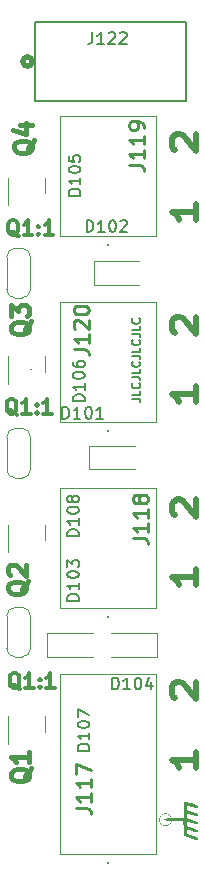
<source format=gbr>
%TF.GenerationSoftware,KiCad,Pcbnew,7.0.10*%
%TF.CreationDate,2024-07-21T07:16:58-04:00*%
%TF.ProjectId,12.2.1 - PLC Connector,31322e32-2e31-4202-9d20-504c4320436f,rev?*%
%TF.SameCoordinates,Original*%
%TF.FileFunction,Legend,Top*%
%TF.FilePolarity,Positive*%
%FSLAX46Y46*%
G04 Gerber Fmt 4.6, Leading zero omitted, Abs format (unit mm)*
G04 Created by KiCad (PCBNEW 7.0.10) date 2024-07-21 07:16:58*
%MOMM*%
%LPD*%
G01*
G04 APERTURE LIST*
%ADD10C,0.006614*%
%ADD11C,0.000000*%
%ADD12C,0.381000*%
%ADD13C,0.508000*%
%ADD14C,0.300000*%
%ADD15C,0.177800*%
%ADD16C,0.150000*%
%ADD17C,0.254000*%
%ADD18C,0.120000*%
%ADD19C,0.100000*%
%ADD20C,0.200000*%
%ADD21C,0.152400*%
G04 APERTURE END LIST*
D10*
X169200000Y-73000000D02*
X169232809Y-73021696D01*
D11*
G36*
X182316177Y-109653508D02*
G01*
X182381893Y-109665472D01*
X182461026Y-109683729D01*
X182550733Y-109707319D01*
X182648167Y-109735281D01*
X182854842Y-109800476D01*
X183058292Y-109871624D01*
X183235759Y-109941036D01*
X183307637Y-109972688D01*
X183364485Y-110001022D01*
X183403458Y-110025078D01*
X183415353Y-110035200D01*
X183421712Y-110043893D01*
X183423447Y-110051076D01*
X183424678Y-110058693D01*
X183425397Y-110066682D01*
X183425598Y-110074981D01*
X183425271Y-110083529D01*
X183424409Y-110092262D01*
X183423005Y-110101119D01*
X183421050Y-110110039D01*
X183418537Y-110118958D01*
X183415459Y-110127815D01*
X183411807Y-110136549D01*
X183407573Y-110145096D01*
X183402750Y-110153395D01*
X183397331Y-110161384D01*
X183391306Y-110169002D01*
X183388065Y-110172651D01*
X183384670Y-110176185D01*
X183371022Y-110184446D01*
X183350150Y-110189445D01*
X183322395Y-110191265D01*
X183288097Y-110189993D01*
X183247598Y-110185712D01*
X183201239Y-110178510D01*
X183092305Y-110155679D01*
X182964024Y-110122183D01*
X182819123Y-110078702D01*
X182660332Y-110025920D01*
X182490378Y-109964518D01*
X182482689Y-109961481D01*
X182479030Y-109960662D01*
X182475495Y-109960311D01*
X182472085Y-109960430D01*
X182468798Y-109961018D01*
X182465636Y-109962077D01*
X182462597Y-109963608D01*
X182459683Y-109965612D01*
X182456892Y-109968090D01*
X182451683Y-109974471D01*
X182446970Y-109982758D01*
X182442753Y-109992961D01*
X182439033Y-110005085D01*
X182435808Y-110019140D01*
X182433080Y-110035132D01*
X182430847Y-110053071D01*
X182429111Y-110072962D01*
X182427871Y-110094815D01*
X182427126Y-110118636D01*
X182426878Y-110144435D01*
X182426878Y-110350809D01*
X182908420Y-110504268D01*
X182993531Y-110532319D01*
X183070395Y-110559014D01*
X183105792Y-110571894D01*
X183139197Y-110584484D01*
X183170633Y-110596801D01*
X183200123Y-110608861D01*
X183227691Y-110620681D01*
X183253360Y-110632277D01*
X183277153Y-110643665D01*
X183299094Y-110654863D01*
X183319205Y-110665887D01*
X183337510Y-110676752D01*
X183354032Y-110687476D01*
X183368795Y-110698075D01*
X183381821Y-110708566D01*
X183393135Y-110718964D01*
X183402758Y-110729287D01*
X183410715Y-110739551D01*
X183417028Y-110749772D01*
X183421722Y-110759967D01*
X183424819Y-110770152D01*
X183426342Y-110780344D01*
X183426315Y-110790559D01*
X183424760Y-110800814D01*
X183421703Y-110811125D01*
X183417164Y-110821509D01*
X183411168Y-110831982D01*
X183403739Y-110842561D01*
X183394898Y-110853262D01*
X183384670Y-110864101D01*
X183371022Y-110872363D01*
X183350150Y-110877361D01*
X183322395Y-110879182D01*
X183288097Y-110877909D01*
X183247598Y-110873629D01*
X183201239Y-110866427D01*
X183092305Y-110843596D01*
X182964024Y-110810099D01*
X182819123Y-110766619D01*
X182660332Y-110713836D01*
X182490378Y-110652434D01*
X182482689Y-110649397D01*
X182479030Y-110648579D01*
X182475495Y-110648228D01*
X182472085Y-110648346D01*
X182468798Y-110648935D01*
X182465636Y-110649994D01*
X182462597Y-110651525D01*
X182459683Y-110653529D01*
X182456892Y-110656007D01*
X182451683Y-110662387D01*
X182446970Y-110670675D01*
X182442753Y-110680877D01*
X182439033Y-110693002D01*
X182435808Y-110707056D01*
X182433080Y-110723049D01*
X182430847Y-110740987D01*
X182429111Y-110760879D01*
X182427871Y-110782731D01*
X182427126Y-110806553D01*
X182426878Y-110832351D01*
X182426878Y-111038726D01*
X182908420Y-111192184D01*
X182993531Y-111220236D01*
X183070395Y-111246930D01*
X183105792Y-111259810D01*
X183139197Y-111272401D01*
X183170633Y-111284717D01*
X183200123Y-111296778D01*
X183227691Y-111308597D01*
X183253360Y-111320193D01*
X183277153Y-111331582D01*
X183299094Y-111342780D01*
X183319205Y-111353803D01*
X183337510Y-111364669D01*
X183354032Y-111375393D01*
X183368795Y-111385992D01*
X183381821Y-111396482D01*
X183393135Y-111406881D01*
X183402758Y-111417204D01*
X183410715Y-111427467D01*
X183417028Y-111437688D01*
X183421722Y-111447883D01*
X183424819Y-111458069D01*
X183426342Y-111468261D01*
X183426315Y-111478476D01*
X183424760Y-111488731D01*
X183421703Y-111499042D01*
X183417164Y-111509426D01*
X183411168Y-111519899D01*
X183403739Y-111530478D01*
X183394898Y-111541178D01*
X183384670Y-111552018D01*
X183371023Y-111560280D01*
X183350160Y-111565278D01*
X183322430Y-111567098D01*
X183288180Y-111565826D01*
X183247760Y-111561546D01*
X183201518Y-111554343D01*
X183092967Y-111531513D01*
X182965316Y-111498016D01*
X182821355Y-111454535D01*
X182663877Y-111401753D01*
X182495670Y-111340351D01*
X182487049Y-111337251D01*
X182482969Y-111336351D01*
X182479041Y-111335886D01*
X182475263Y-111335855D01*
X182471637Y-111336258D01*
X182468159Y-111337096D01*
X182464830Y-111338367D01*
X182461647Y-111340072D01*
X182458612Y-111342211D01*
X182455721Y-111344785D01*
X182452975Y-111347793D01*
X182450372Y-111351234D01*
X182447912Y-111355110D01*
X182443415Y-111364164D01*
X182439476Y-111374954D01*
X182436087Y-111387480D01*
X182433241Y-111401743D01*
X182430930Y-111417742D01*
X182429146Y-111435477D01*
X182427881Y-111454949D01*
X182427128Y-111476157D01*
X182426878Y-111499101D01*
X182426878Y-111684309D01*
X182908420Y-111858934D01*
X182992660Y-111889838D01*
X183068886Y-111919137D01*
X183137266Y-111946964D01*
X183168568Y-111960366D01*
X183197973Y-111973449D01*
X183225502Y-111986230D01*
X183251177Y-111998726D01*
X183275018Y-112010951D01*
X183297047Y-112022924D01*
X183317286Y-112034661D01*
X183335756Y-112046177D01*
X183352477Y-112057491D01*
X183367472Y-112068617D01*
X183380762Y-112079572D01*
X183392367Y-112090374D01*
X183402310Y-112101038D01*
X183410612Y-112111580D01*
X183417293Y-112122019D01*
X183422376Y-112132369D01*
X183425881Y-112142647D01*
X183427830Y-112152870D01*
X183428244Y-112163054D01*
X183427145Y-112173216D01*
X183424554Y-112183372D01*
X183420492Y-112193539D01*
X183414980Y-112203733D01*
X183408041Y-112213971D01*
X183399694Y-112224268D01*
X183389962Y-112234643D01*
X183380825Y-112241709D01*
X183369208Y-112247024D01*
X183354987Y-112250572D01*
X183338037Y-112252337D01*
X183318235Y-112252303D01*
X183295456Y-112250456D01*
X183269576Y-112246779D01*
X183240472Y-112241257D01*
X183208019Y-112233875D01*
X183172094Y-112224617D01*
X183089329Y-112200412D01*
X182991185Y-112168518D01*
X182876670Y-112128809D01*
X182426878Y-111964768D01*
X182426878Y-112361643D01*
X182908420Y-112515101D01*
X182993531Y-112543152D01*
X183070395Y-112569847D01*
X183105792Y-112582727D01*
X183139197Y-112595317D01*
X183170633Y-112607634D01*
X183200123Y-112619694D01*
X183227691Y-112631514D01*
X183253360Y-112643110D01*
X183277153Y-112654499D01*
X183299094Y-112665696D01*
X183319205Y-112676720D01*
X183337510Y-112687585D01*
X183354032Y-112698309D01*
X183368795Y-112708908D01*
X183381821Y-112719399D01*
X183393135Y-112729797D01*
X183402758Y-112740120D01*
X183410715Y-112750384D01*
X183417028Y-112760605D01*
X183421722Y-112770800D01*
X183424819Y-112780985D01*
X183426342Y-112791177D01*
X183426315Y-112801392D01*
X183424760Y-112811648D01*
X183421703Y-112821959D01*
X183417164Y-112832343D01*
X183411168Y-112842816D01*
X183403739Y-112853394D01*
X183394898Y-112864095D01*
X183384670Y-112874934D01*
X183375331Y-112881996D01*
X183363038Y-112887275D01*
X183347567Y-112890724D01*
X183328694Y-112892298D01*
X183306193Y-112891949D01*
X183279839Y-112889631D01*
X183249408Y-112885298D01*
X183214675Y-112878903D01*
X183131404Y-112859741D01*
X183028227Y-112831774D01*
X182903345Y-112794629D01*
X182754962Y-112747934D01*
X182188753Y-112562726D01*
X182172878Y-111917143D01*
X182157004Y-111271559D01*
X181659587Y-111271559D01*
X181580741Y-111271702D01*
X181510531Y-111272200D01*
X181448414Y-111273164D01*
X181393846Y-111274701D01*
X181369224Y-111275719D01*
X181346285Y-111276921D01*
X181324963Y-111278320D01*
X181305190Y-111279931D01*
X181286897Y-111281766D01*
X181270016Y-111283840D01*
X181254481Y-111286166D01*
X181240222Y-111288757D01*
X181227173Y-111291628D01*
X181215265Y-111294791D01*
X181204431Y-111298260D01*
X181194602Y-111302049D01*
X181185712Y-111306171D01*
X181177691Y-111310640D01*
X181170473Y-111315469D01*
X181163989Y-111320673D01*
X181158172Y-111326264D01*
X181152954Y-111332256D01*
X181148266Y-111338663D01*
X181144042Y-111345498D01*
X181140213Y-111352775D01*
X181136712Y-111360508D01*
X181133470Y-111368709D01*
X181130420Y-111377393D01*
X181124938Y-111393667D01*
X181118435Y-111409736D01*
X181110946Y-111425577D01*
X181102505Y-111441172D01*
X181082900Y-111471538D01*
X181059892Y-111500672D01*
X181033753Y-111528411D01*
X181004753Y-111554591D01*
X180973165Y-111579051D01*
X180939259Y-111601627D01*
X180903306Y-111622157D01*
X180865578Y-111640478D01*
X180826347Y-111656426D01*
X180785883Y-111669840D01*
X180744458Y-111680556D01*
X180702343Y-111688413D01*
X180659809Y-111693246D01*
X180627712Y-111694484D01*
X180617128Y-111694893D01*
X180588204Y-111694448D01*
X180560853Y-111693074D01*
X180534913Y-111690707D01*
X180510220Y-111687286D01*
X180486613Y-111682749D01*
X180463928Y-111677033D01*
X180442003Y-111670078D01*
X180420675Y-111661820D01*
X180399781Y-111652198D01*
X180379158Y-111641149D01*
X180358644Y-111628613D01*
X180338076Y-111614526D01*
X180317290Y-111598826D01*
X180296125Y-111581453D01*
X180274417Y-111562343D01*
X180252003Y-111541434D01*
X180230223Y-111519077D01*
X180210466Y-111497509D01*
X180192647Y-111476531D01*
X180176680Y-111455941D01*
X180162480Y-111435537D01*
X180149963Y-111415117D01*
X180139043Y-111394480D01*
X180129634Y-111373424D01*
X180121651Y-111351748D01*
X180115009Y-111329251D01*
X180109623Y-111305731D01*
X180105408Y-111280985D01*
X180102277Y-111254814D01*
X180100147Y-111227014D01*
X180098931Y-111197386D01*
X180098545Y-111165726D01*
X180151462Y-111165726D01*
X180151987Y-111193164D01*
X180153555Y-111219909D01*
X180156153Y-111245948D01*
X180159771Y-111271270D01*
X180164397Y-111295864D01*
X180170019Y-111319717D01*
X180176625Y-111342818D01*
X180184204Y-111365156D01*
X180192744Y-111386718D01*
X180202234Y-111407494D01*
X180212662Y-111427472D01*
X180224015Y-111446639D01*
X180236284Y-111464985D01*
X180249456Y-111482497D01*
X180263519Y-111499165D01*
X180278462Y-111514976D01*
X180294273Y-111529919D01*
X180310940Y-111543982D01*
X180328453Y-111557154D01*
X180346799Y-111569422D01*
X180365966Y-111580776D01*
X180385944Y-111591204D01*
X180406719Y-111600694D01*
X180428282Y-111609234D01*
X180450620Y-111616813D01*
X180473721Y-111623419D01*
X180497574Y-111629041D01*
X180522168Y-111633666D01*
X180547490Y-111637284D01*
X180573529Y-111639883D01*
X180600274Y-111641451D01*
X180627712Y-111641976D01*
X180656689Y-111641595D01*
X180684163Y-111640415D01*
X180710242Y-111638383D01*
X180735033Y-111635444D01*
X180758647Y-111631544D01*
X180781191Y-111626628D01*
X180802773Y-111620643D01*
X180823503Y-111613533D01*
X180843489Y-111605246D01*
X180862840Y-111595726D01*
X180881663Y-111584919D01*
X180900067Y-111572771D01*
X180918162Y-111559228D01*
X180936055Y-111544235D01*
X180953855Y-111527739D01*
X180971670Y-111509685D01*
X180985364Y-111496618D01*
X180998625Y-111483288D01*
X181011389Y-111469803D01*
X181023595Y-111456272D01*
X181035180Y-111442802D01*
X181046084Y-111429503D01*
X181056244Y-111416483D01*
X181065597Y-111403851D01*
X181074082Y-111391715D01*
X181081638Y-111380183D01*
X181088200Y-111369365D01*
X181093709Y-111359368D01*
X181098102Y-111350301D01*
X181101316Y-111342273D01*
X181102462Y-111338683D01*
X181103290Y-111335393D01*
X181103793Y-111332417D01*
X181103962Y-111329768D01*
X181103593Y-111327273D01*
X181102498Y-111324751D01*
X181098205Y-111319650D01*
X181091230Y-111314501D01*
X181081720Y-111309345D01*
X181069823Y-111304220D01*
X181055686Y-111299165D01*
X181039455Y-111294218D01*
X181021279Y-111289419D01*
X181001305Y-111284805D01*
X180979680Y-111280417D01*
X180932065Y-111272469D01*
X180879614Y-111265885D01*
X180823503Y-111260976D01*
X180787276Y-111258802D01*
X180753947Y-111256232D01*
X180738345Y-111254792D01*
X180723440Y-111253244D01*
X180709220Y-111251586D01*
X180695677Y-111249814D01*
X180682800Y-111247926D01*
X180670580Y-111245919D01*
X180659007Y-111243790D01*
X180648072Y-111241535D01*
X180637765Y-111239153D01*
X180628076Y-111236640D01*
X180618996Y-111233994D01*
X180610514Y-111231211D01*
X180602621Y-111228288D01*
X180595308Y-111225223D01*
X180588565Y-111222012D01*
X180582381Y-111218653D01*
X180576748Y-111215143D01*
X180571656Y-111211479D01*
X180567094Y-111207658D01*
X180563054Y-111203677D01*
X180559526Y-111199534D01*
X180556499Y-111195224D01*
X180553965Y-111190746D01*
X180551913Y-111186097D01*
X180550334Y-111181273D01*
X180549218Y-111176272D01*
X180548555Y-111171091D01*
X180548337Y-111165726D01*
X180549218Y-111155180D01*
X180551913Y-111145355D01*
X180556499Y-111136228D01*
X180563054Y-111127775D01*
X180571656Y-111119973D01*
X180582381Y-111112799D01*
X180595308Y-111106230D01*
X180610514Y-111100242D01*
X180628076Y-111094812D01*
X180648072Y-111089917D01*
X180670580Y-111085533D01*
X180695677Y-111081638D01*
X180723440Y-111078208D01*
X180753947Y-111075220D01*
X180787276Y-111072650D01*
X180823503Y-111070476D01*
X180851942Y-111068250D01*
X180879614Y-111065567D01*
X180906370Y-111062465D01*
X180932065Y-111058983D01*
X180956551Y-111055161D01*
X180979680Y-111051035D01*
X181001305Y-111046647D01*
X181021279Y-111042033D01*
X181039455Y-111037234D01*
X181055686Y-111032287D01*
X181069823Y-111027232D01*
X181081720Y-111022107D01*
X181086783Y-111019530D01*
X181091230Y-111016951D01*
X181095044Y-111014373D01*
X181098205Y-111011803D01*
X181100696Y-111009244D01*
X181102498Y-111006701D01*
X181103593Y-111004180D01*
X181103962Y-111001684D01*
X181103290Y-110996059D01*
X181101316Y-110989179D01*
X181098102Y-110981151D01*
X181093709Y-110972084D01*
X181088200Y-110962087D01*
X181081638Y-110951269D01*
X181074082Y-110939737D01*
X181065597Y-110927601D01*
X181056244Y-110914969D01*
X181046084Y-110901949D01*
X181035180Y-110888650D01*
X181023595Y-110875181D01*
X181011389Y-110861649D01*
X180998625Y-110848164D01*
X180985364Y-110834834D01*
X180971670Y-110821768D01*
X180953855Y-110803713D01*
X180936055Y-110787217D01*
X180918162Y-110772224D01*
X180900067Y-110758681D01*
X180881663Y-110746533D01*
X180862840Y-110735727D01*
X180843489Y-110726206D01*
X180823503Y-110717919D01*
X180802773Y-110710809D01*
X180781191Y-110704824D01*
X180758647Y-110699908D01*
X180735033Y-110696008D01*
X180710242Y-110693069D01*
X180684163Y-110691037D01*
X180656689Y-110689857D01*
X180627712Y-110689476D01*
X180598734Y-110689857D01*
X180571260Y-110691037D01*
X180545182Y-110693069D01*
X180520390Y-110696008D01*
X180496777Y-110699908D01*
X180474233Y-110704824D01*
X180452650Y-110710809D01*
X180431920Y-110717919D01*
X180411934Y-110726206D01*
X180392584Y-110735727D01*
X180373761Y-110746533D01*
X180355356Y-110758681D01*
X180337262Y-110772224D01*
X180319369Y-110787217D01*
X180301569Y-110803713D01*
X180283753Y-110821768D01*
X180265699Y-110839583D01*
X180249203Y-110857383D01*
X180234210Y-110875276D01*
X180220667Y-110893371D01*
X180208519Y-110911775D01*
X180197712Y-110930598D01*
X180188192Y-110949949D01*
X180179904Y-110969934D01*
X180172795Y-110990664D01*
X180166810Y-111012247D01*
X180161894Y-111034791D01*
X180157994Y-111058405D01*
X180155055Y-111083196D01*
X180153022Y-111109275D01*
X180151843Y-111136749D01*
X180151462Y-111165726D01*
X180098545Y-111165726D01*
X180099192Y-111137671D01*
X180101113Y-111110077D01*
X180104283Y-111082974D01*
X180108674Y-111056389D01*
X180114258Y-111030351D01*
X180121009Y-111004887D01*
X180128899Y-110980026D01*
X180137902Y-110955796D01*
X180147990Y-110932224D01*
X180159136Y-110909340D01*
X180171313Y-110887171D01*
X180184493Y-110865744D01*
X180198651Y-110845090D01*
X180213758Y-110825234D01*
X180229787Y-110806206D01*
X180246712Y-110788033D01*
X180264505Y-110770745D01*
X180283139Y-110754368D01*
X180302586Y-110738930D01*
X180322821Y-110724461D01*
X180343815Y-110710988D01*
X180365542Y-110698539D01*
X180387974Y-110687142D01*
X180411084Y-110676826D01*
X180434846Y-110667618D01*
X180459231Y-110659546D01*
X180484213Y-110652640D01*
X180509765Y-110646926D01*
X180535860Y-110642433D01*
X180562470Y-110639189D01*
X180589569Y-110637221D01*
X180617128Y-110636560D01*
X180638470Y-110636975D01*
X180659809Y-110638207D01*
X180681111Y-110640235D01*
X180702343Y-110643040D01*
X180723470Y-110646600D01*
X180744458Y-110650896D01*
X180765274Y-110655907D01*
X180785883Y-110661612D01*
X180806252Y-110667992D01*
X180826347Y-110675026D01*
X180846134Y-110682694D01*
X180865578Y-110690975D01*
X180884647Y-110699849D01*
X180903306Y-110709295D01*
X180921521Y-110719294D01*
X180939259Y-110729825D01*
X180956484Y-110740868D01*
X180973165Y-110752401D01*
X180989266Y-110764406D01*
X181004753Y-110776861D01*
X181019594Y-110789746D01*
X181033753Y-110803042D01*
X181047197Y-110816726D01*
X181059892Y-110830780D01*
X181071804Y-110845183D01*
X181082900Y-110859914D01*
X181093144Y-110874953D01*
X181102505Y-110890281D01*
X181110946Y-110905875D01*
X181118435Y-110921717D01*
X181124938Y-110937785D01*
X181130420Y-110954060D01*
X181136713Y-110970945D01*
X181144052Y-110985954D01*
X181152988Y-110999196D01*
X181164072Y-111010780D01*
X181177853Y-111020813D01*
X181194881Y-111029404D01*
X181215708Y-111036662D01*
X181240884Y-111042695D01*
X181270958Y-111047612D01*
X181306482Y-111051521D01*
X181348005Y-111054531D01*
X181396078Y-111056751D01*
X181514076Y-111059252D01*
X181664878Y-111059893D01*
X182162295Y-111059893D01*
X182162295Y-110371976D01*
X182162487Y-110272562D01*
X182163091Y-110182396D01*
X182164144Y-110101051D01*
X182165685Y-110028101D01*
X182167753Y-109963119D01*
X182170388Y-109905679D01*
X182173626Y-109855355D01*
X182177509Y-109811721D01*
X182179703Y-109792279D01*
X182182073Y-109774350D01*
X182184623Y-109757880D01*
X182187358Y-109742816D01*
X182190283Y-109729104D01*
X182193403Y-109716692D01*
X182196722Y-109705526D01*
X182200246Y-109695552D01*
X182203979Y-109686718D01*
X182207927Y-109678971D01*
X182212093Y-109672256D01*
X182216483Y-109666521D01*
X182221102Y-109661712D01*
X182225954Y-109657776D01*
X182231045Y-109654659D01*
X182236378Y-109652310D01*
X182248985Y-109649468D01*
X182266724Y-109648801D01*
X182316177Y-109653508D01*
G37*
D12*
X169483822Y-53615485D02*
X169411250Y-53760628D01*
X169411250Y-53760628D02*
X169266108Y-53905771D01*
X169266108Y-53905771D02*
X169048393Y-54123485D01*
X169048393Y-54123485D02*
X168975822Y-54268628D01*
X168975822Y-54268628D02*
X168975822Y-54413771D01*
X169338679Y-54341200D02*
X169266108Y-54486343D01*
X169266108Y-54486343D02*
X169120965Y-54631485D01*
X169120965Y-54631485D02*
X168830679Y-54704057D01*
X168830679Y-54704057D02*
X168322679Y-54704057D01*
X168322679Y-54704057D02*
X168032393Y-54631485D01*
X168032393Y-54631485D02*
X167887250Y-54486343D01*
X167887250Y-54486343D02*
X167814679Y-54341200D01*
X167814679Y-54341200D02*
X167814679Y-54050914D01*
X167814679Y-54050914D02*
X167887250Y-53905771D01*
X167887250Y-53905771D02*
X168032393Y-53760628D01*
X168032393Y-53760628D02*
X168322679Y-53688057D01*
X168322679Y-53688057D02*
X168830679Y-53688057D01*
X168830679Y-53688057D02*
X169120965Y-53760628D01*
X169120965Y-53760628D02*
X169266108Y-53905771D01*
X169266108Y-53905771D02*
X169338679Y-54050914D01*
X169338679Y-54050914D02*
X169338679Y-54341200D01*
X168322679Y-52381772D02*
X169338679Y-52381772D01*
X167742108Y-52744629D02*
X168830679Y-53107486D01*
X168830679Y-53107486D02*
X168830679Y-52164057D01*
X168975822Y-90953485D02*
X168903250Y-91098628D01*
X168903250Y-91098628D02*
X168758108Y-91243771D01*
X168758108Y-91243771D02*
X168540393Y-91461485D01*
X168540393Y-91461485D02*
X168467822Y-91606628D01*
X168467822Y-91606628D02*
X168467822Y-91751771D01*
X168830679Y-91679200D02*
X168758108Y-91824343D01*
X168758108Y-91824343D02*
X168612965Y-91969485D01*
X168612965Y-91969485D02*
X168322679Y-92042057D01*
X168322679Y-92042057D02*
X167814679Y-92042057D01*
X167814679Y-92042057D02*
X167524393Y-91969485D01*
X167524393Y-91969485D02*
X167379250Y-91824343D01*
X167379250Y-91824343D02*
X167306679Y-91679200D01*
X167306679Y-91679200D02*
X167306679Y-91388914D01*
X167306679Y-91388914D02*
X167379250Y-91243771D01*
X167379250Y-91243771D02*
X167524393Y-91098628D01*
X167524393Y-91098628D02*
X167814679Y-91026057D01*
X167814679Y-91026057D02*
X168322679Y-91026057D01*
X168322679Y-91026057D02*
X168612965Y-91098628D01*
X168612965Y-91098628D02*
X168758108Y-91243771D01*
X168758108Y-91243771D02*
X168830679Y-91388914D01*
X168830679Y-91388914D02*
X168830679Y-91679200D01*
X167451822Y-90445486D02*
X167379250Y-90372914D01*
X167379250Y-90372914D02*
X167306679Y-90227772D01*
X167306679Y-90227772D02*
X167306679Y-89864914D01*
X167306679Y-89864914D02*
X167379250Y-89719772D01*
X167379250Y-89719772D02*
X167451822Y-89647200D01*
X167451822Y-89647200D02*
X167596965Y-89574629D01*
X167596965Y-89574629D02*
X167742108Y-89574629D01*
X167742108Y-89574629D02*
X167959822Y-89647200D01*
X167959822Y-89647200D02*
X168830679Y-90518057D01*
X168830679Y-90518057D02*
X168830679Y-89574629D01*
D13*
X183239905Y-105415666D02*
X183239905Y-106780009D01*
X183239905Y-106097837D02*
X181207905Y-106097837D01*
X181207905Y-106097837D02*
X181498191Y-106325228D01*
X181498191Y-106325228D02*
X181691715Y-106552618D01*
X181691715Y-106552618D02*
X181788477Y-106780009D01*
X181401429Y-100867856D02*
X181304667Y-100754160D01*
X181304667Y-100754160D02*
X181207905Y-100526770D01*
X181207905Y-100526770D02*
X181207905Y-99958294D01*
X181207905Y-99958294D02*
X181304667Y-99730903D01*
X181304667Y-99730903D02*
X181401429Y-99617208D01*
X181401429Y-99617208D02*
X181594953Y-99503513D01*
X181594953Y-99503513D02*
X181788477Y-99503513D01*
X181788477Y-99503513D02*
X182078763Y-99617208D01*
X182078763Y-99617208D02*
X183239905Y-100981551D01*
X183239905Y-100981551D02*
X183239905Y-99503513D01*
X183239905Y-89953112D02*
X183239905Y-91317455D01*
X183239905Y-90635283D02*
X181207905Y-90635283D01*
X181207905Y-90635283D02*
X181498191Y-90862674D01*
X181498191Y-90862674D02*
X181691715Y-91090064D01*
X181691715Y-91090064D02*
X181788477Y-91317455D01*
X181401429Y-85405302D02*
X181304667Y-85291606D01*
X181304667Y-85291606D02*
X181207905Y-85064216D01*
X181207905Y-85064216D02*
X181207905Y-84495740D01*
X181207905Y-84495740D02*
X181304667Y-84268349D01*
X181304667Y-84268349D02*
X181401429Y-84154654D01*
X181401429Y-84154654D02*
X181594953Y-84040959D01*
X181594953Y-84040959D02*
X181788477Y-84040959D01*
X181788477Y-84040959D02*
X182078763Y-84154654D01*
X182078763Y-84154654D02*
X183239905Y-85518997D01*
X183239905Y-85518997D02*
X183239905Y-84040959D01*
X183239905Y-74490558D02*
X183239905Y-75854901D01*
X183239905Y-75172729D02*
X181207905Y-75172729D01*
X181207905Y-75172729D02*
X181498191Y-75400120D01*
X181498191Y-75400120D02*
X181691715Y-75627510D01*
X181691715Y-75627510D02*
X181788477Y-75854901D01*
X181401429Y-69942748D02*
X181304667Y-69829052D01*
X181304667Y-69829052D02*
X181207905Y-69601662D01*
X181207905Y-69601662D02*
X181207905Y-69033186D01*
X181207905Y-69033186D02*
X181304667Y-68805795D01*
X181304667Y-68805795D02*
X181401429Y-68692100D01*
X181401429Y-68692100D02*
X181594953Y-68578405D01*
X181594953Y-68578405D02*
X181788477Y-68578405D01*
X181788477Y-68578405D02*
X182078763Y-68692100D01*
X182078763Y-68692100D02*
X183239905Y-70056443D01*
X183239905Y-70056443D02*
X183239905Y-68578405D01*
X183239905Y-59028004D02*
X183239905Y-60392347D01*
X183239905Y-59710175D02*
X181207905Y-59710175D01*
X181207905Y-59710175D02*
X181498191Y-59937566D01*
X181498191Y-59937566D02*
X181691715Y-60164956D01*
X181691715Y-60164956D02*
X181788477Y-60392347D01*
X181401429Y-54480194D02*
X181304667Y-54366498D01*
X181304667Y-54366498D02*
X181207905Y-54139108D01*
X181207905Y-54139108D02*
X181207905Y-53570632D01*
X181207905Y-53570632D02*
X181304667Y-53343241D01*
X181304667Y-53343241D02*
X181401429Y-53229546D01*
X181401429Y-53229546D02*
X181594953Y-53115851D01*
X181594953Y-53115851D02*
X181788477Y-53115851D01*
X181788477Y-53115851D02*
X182078763Y-53229546D01*
X182078763Y-53229546D02*
X183239905Y-54593889D01*
X183239905Y-54593889D02*
X183239905Y-53115851D01*
D14*
X168079320Y-76912471D02*
X167960272Y-76852947D01*
X167960272Y-76852947D02*
X167841225Y-76733900D01*
X167841225Y-76733900D02*
X167662653Y-76555328D01*
X167662653Y-76555328D02*
X167543606Y-76495804D01*
X167543606Y-76495804D02*
X167424558Y-76495804D01*
X167484082Y-76793423D02*
X167365034Y-76733900D01*
X167365034Y-76733900D02*
X167245987Y-76614852D01*
X167245987Y-76614852D02*
X167186463Y-76376757D01*
X167186463Y-76376757D02*
X167186463Y-75960090D01*
X167186463Y-75960090D02*
X167245987Y-75721995D01*
X167245987Y-75721995D02*
X167365034Y-75602947D01*
X167365034Y-75602947D02*
X167484082Y-75543423D01*
X167484082Y-75543423D02*
X167722177Y-75543423D01*
X167722177Y-75543423D02*
X167841225Y-75602947D01*
X167841225Y-75602947D02*
X167960272Y-75721995D01*
X167960272Y-75721995D02*
X168019796Y-75960090D01*
X168019796Y-75960090D02*
X168019796Y-76376757D01*
X168019796Y-76376757D02*
X167960272Y-76614852D01*
X167960272Y-76614852D02*
X167841225Y-76733900D01*
X167841225Y-76733900D02*
X167722177Y-76793423D01*
X167722177Y-76793423D02*
X167484082Y-76793423D01*
X169210272Y-76793423D02*
X168495987Y-76793423D01*
X168853130Y-76793423D02*
X168853130Y-75543423D01*
X168853130Y-75543423D02*
X168734082Y-75721995D01*
X168734082Y-75721995D02*
X168615034Y-75841042D01*
X168615034Y-75841042D02*
X168495987Y-75900566D01*
X169745987Y-76674376D02*
X169805510Y-76733900D01*
X169805510Y-76733900D02*
X169745987Y-76793423D01*
X169745987Y-76793423D02*
X169686463Y-76733900D01*
X169686463Y-76733900D02*
X169745987Y-76674376D01*
X169745987Y-76674376D02*
X169745987Y-76793423D01*
X169745987Y-76019614D02*
X169805510Y-76079138D01*
X169805510Y-76079138D02*
X169745987Y-76138661D01*
X169745987Y-76138661D02*
X169686463Y-76079138D01*
X169686463Y-76079138D02*
X169745987Y-76019614D01*
X169745987Y-76019614D02*
X169745987Y-76138661D01*
X170995986Y-76793423D02*
X170281701Y-76793423D01*
X170638844Y-76793423D02*
X170638844Y-75543423D01*
X170638844Y-75543423D02*
X170519796Y-75721995D01*
X170519796Y-75721995D02*
X170400748Y-75841042D01*
X170400748Y-75841042D02*
X170281701Y-75900566D01*
X168333320Y-100153471D02*
X168214272Y-100093947D01*
X168214272Y-100093947D02*
X168095225Y-99974900D01*
X168095225Y-99974900D02*
X167916653Y-99796328D01*
X167916653Y-99796328D02*
X167797606Y-99736804D01*
X167797606Y-99736804D02*
X167678558Y-99736804D01*
X167738082Y-100034423D02*
X167619034Y-99974900D01*
X167619034Y-99974900D02*
X167499987Y-99855852D01*
X167499987Y-99855852D02*
X167440463Y-99617757D01*
X167440463Y-99617757D02*
X167440463Y-99201090D01*
X167440463Y-99201090D02*
X167499987Y-98962995D01*
X167499987Y-98962995D02*
X167619034Y-98843947D01*
X167619034Y-98843947D02*
X167738082Y-98784423D01*
X167738082Y-98784423D02*
X167976177Y-98784423D01*
X167976177Y-98784423D02*
X168095225Y-98843947D01*
X168095225Y-98843947D02*
X168214272Y-98962995D01*
X168214272Y-98962995D02*
X168273796Y-99201090D01*
X168273796Y-99201090D02*
X168273796Y-99617757D01*
X168273796Y-99617757D02*
X168214272Y-99855852D01*
X168214272Y-99855852D02*
X168095225Y-99974900D01*
X168095225Y-99974900D02*
X167976177Y-100034423D01*
X167976177Y-100034423D02*
X167738082Y-100034423D01*
X169464272Y-100034423D02*
X168749987Y-100034423D01*
X169107130Y-100034423D02*
X169107130Y-98784423D01*
X169107130Y-98784423D02*
X168988082Y-98962995D01*
X168988082Y-98962995D02*
X168869034Y-99082042D01*
X168869034Y-99082042D02*
X168749987Y-99141566D01*
X169999987Y-99915376D02*
X170059510Y-99974900D01*
X170059510Y-99974900D02*
X169999987Y-100034423D01*
X169999987Y-100034423D02*
X169940463Y-99974900D01*
X169940463Y-99974900D02*
X169999987Y-99915376D01*
X169999987Y-99915376D02*
X169999987Y-100034423D01*
X169999987Y-99260614D02*
X170059510Y-99320138D01*
X170059510Y-99320138D02*
X169999987Y-99379661D01*
X169999987Y-99379661D02*
X169940463Y-99320138D01*
X169940463Y-99320138D02*
X169999987Y-99260614D01*
X169999987Y-99260614D02*
X169999987Y-99379661D01*
X171249986Y-100034423D02*
X170535701Y-100034423D01*
X170892844Y-100034423D02*
X170892844Y-98784423D01*
X170892844Y-98784423D02*
X170773796Y-98962995D01*
X170773796Y-98962995D02*
X170654748Y-99082042D01*
X170654748Y-99082042D02*
X170535701Y-99141566D01*
D12*
X169229822Y-68982485D02*
X169157250Y-69127628D01*
X169157250Y-69127628D02*
X169012108Y-69272771D01*
X169012108Y-69272771D02*
X168794393Y-69490485D01*
X168794393Y-69490485D02*
X168721822Y-69635628D01*
X168721822Y-69635628D02*
X168721822Y-69780771D01*
X169084679Y-69708200D02*
X169012108Y-69853343D01*
X169012108Y-69853343D02*
X168866965Y-69998485D01*
X168866965Y-69998485D02*
X168576679Y-70071057D01*
X168576679Y-70071057D02*
X168068679Y-70071057D01*
X168068679Y-70071057D02*
X167778393Y-69998485D01*
X167778393Y-69998485D02*
X167633250Y-69853343D01*
X167633250Y-69853343D02*
X167560679Y-69708200D01*
X167560679Y-69708200D02*
X167560679Y-69417914D01*
X167560679Y-69417914D02*
X167633250Y-69272771D01*
X167633250Y-69272771D02*
X167778393Y-69127628D01*
X167778393Y-69127628D02*
X168068679Y-69055057D01*
X168068679Y-69055057D02*
X168576679Y-69055057D01*
X168576679Y-69055057D02*
X168866965Y-69127628D01*
X168866965Y-69127628D02*
X169012108Y-69272771D01*
X169012108Y-69272771D02*
X169084679Y-69417914D01*
X169084679Y-69417914D02*
X169084679Y-69708200D01*
X167560679Y-68547057D02*
X167560679Y-67603629D01*
X167560679Y-67603629D02*
X168141250Y-68111629D01*
X168141250Y-68111629D02*
X168141250Y-67893914D01*
X168141250Y-67893914D02*
X168213822Y-67748772D01*
X168213822Y-67748772D02*
X168286393Y-67676200D01*
X168286393Y-67676200D02*
X168431536Y-67603629D01*
X168431536Y-67603629D02*
X168794393Y-67603629D01*
X168794393Y-67603629D02*
X168939536Y-67676200D01*
X168939536Y-67676200D02*
X169012108Y-67748772D01*
X169012108Y-67748772D02*
X169084679Y-67893914D01*
X169084679Y-67893914D02*
X169084679Y-68329343D01*
X169084679Y-68329343D02*
X169012108Y-68474486D01*
X169012108Y-68474486D02*
X168939536Y-68547057D01*
D14*
X168206320Y-61799471D02*
X168087272Y-61739947D01*
X168087272Y-61739947D02*
X167968225Y-61620900D01*
X167968225Y-61620900D02*
X167789653Y-61442328D01*
X167789653Y-61442328D02*
X167670606Y-61382804D01*
X167670606Y-61382804D02*
X167551558Y-61382804D01*
X167611082Y-61680423D02*
X167492034Y-61620900D01*
X167492034Y-61620900D02*
X167372987Y-61501852D01*
X167372987Y-61501852D02*
X167313463Y-61263757D01*
X167313463Y-61263757D02*
X167313463Y-60847090D01*
X167313463Y-60847090D02*
X167372987Y-60608995D01*
X167372987Y-60608995D02*
X167492034Y-60489947D01*
X167492034Y-60489947D02*
X167611082Y-60430423D01*
X167611082Y-60430423D02*
X167849177Y-60430423D01*
X167849177Y-60430423D02*
X167968225Y-60489947D01*
X167968225Y-60489947D02*
X168087272Y-60608995D01*
X168087272Y-60608995D02*
X168146796Y-60847090D01*
X168146796Y-60847090D02*
X168146796Y-61263757D01*
X168146796Y-61263757D02*
X168087272Y-61501852D01*
X168087272Y-61501852D02*
X167968225Y-61620900D01*
X167968225Y-61620900D02*
X167849177Y-61680423D01*
X167849177Y-61680423D02*
X167611082Y-61680423D01*
X169337272Y-61680423D02*
X168622987Y-61680423D01*
X168980130Y-61680423D02*
X168980130Y-60430423D01*
X168980130Y-60430423D02*
X168861082Y-60608995D01*
X168861082Y-60608995D02*
X168742034Y-60728042D01*
X168742034Y-60728042D02*
X168622987Y-60787566D01*
X169872987Y-61561376D02*
X169932510Y-61620900D01*
X169932510Y-61620900D02*
X169872987Y-61680423D01*
X169872987Y-61680423D02*
X169813463Y-61620900D01*
X169813463Y-61620900D02*
X169872987Y-61561376D01*
X169872987Y-61561376D02*
X169872987Y-61680423D01*
X169872987Y-60906614D02*
X169932510Y-60966138D01*
X169932510Y-60966138D02*
X169872987Y-61025661D01*
X169872987Y-61025661D02*
X169813463Y-60966138D01*
X169813463Y-60966138D02*
X169872987Y-60906614D01*
X169872987Y-60906614D02*
X169872987Y-61025661D01*
X171122986Y-61680423D02*
X170408701Y-61680423D01*
X170765844Y-61680423D02*
X170765844Y-60430423D01*
X170765844Y-60430423D02*
X170646796Y-60608995D01*
X170646796Y-60608995D02*
X170527748Y-60728042D01*
X170527748Y-60728042D02*
X170408701Y-60787566D01*
D15*
X177789568Y-75548066D02*
X178297568Y-75548066D01*
X178297568Y-75548066D02*
X178399168Y-75581933D01*
X178399168Y-75581933D02*
X178466902Y-75649666D01*
X178466902Y-75649666D02*
X178500768Y-75751266D01*
X178500768Y-75751266D02*
X178500768Y-75819000D01*
X178500768Y-74870733D02*
X178500768Y-75209399D01*
X178500768Y-75209399D02*
X177789568Y-75209399D01*
X178433035Y-74227266D02*
X178466902Y-74261133D01*
X178466902Y-74261133D02*
X178500768Y-74362733D01*
X178500768Y-74362733D02*
X178500768Y-74430466D01*
X178500768Y-74430466D02*
X178466902Y-74532066D01*
X178466902Y-74532066D02*
X178399168Y-74599800D01*
X178399168Y-74599800D02*
X178331435Y-74633666D01*
X178331435Y-74633666D02*
X178195968Y-74667533D01*
X178195968Y-74667533D02*
X178094368Y-74667533D01*
X178094368Y-74667533D02*
X177958902Y-74633666D01*
X177958902Y-74633666D02*
X177891168Y-74599800D01*
X177891168Y-74599800D02*
X177823435Y-74532066D01*
X177823435Y-74532066D02*
X177789568Y-74430466D01*
X177789568Y-74430466D02*
X177789568Y-74362733D01*
X177789568Y-74362733D02*
X177823435Y-74261133D01*
X177823435Y-74261133D02*
X177857302Y-74227266D01*
X177789568Y-73719266D02*
X178297568Y-73719266D01*
X178297568Y-73719266D02*
X178399168Y-73753133D01*
X178399168Y-73753133D02*
X178466902Y-73820866D01*
X178466902Y-73820866D02*
X178500768Y-73922466D01*
X178500768Y-73922466D02*
X178500768Y-73990200D01*
X178500768Y-73041933D02*
X178500768Y-73380599D01*
X178500768Y-73380599D02*
X177789568Y-73380599D01*
X178433035Y-72398466D02*
X178466902Y-72432333D01*
X178466902Y-72432333D02*
X178500768Y-72533933D01*
X178500768Y-72533933D02*
X178500768Y-72601666D01*
X178500768Y-72601666D02*
X178466902Y-72703266D01*
X178466902Y-72703266D02*
X178399168Y-72771000D01*
X178399168Y-72771000D02*
X178331435Y-72804866D01*
X178331435Y-72804866D02*
X178195968Y-72838733D01*
X178195968Y-72838733D02*
X178094368Y-72838733D01*
X178094368Y-72838733D02*
X177958902Y-72804866D01*
X177958902Y-72804866D02*
X177891168Y-72771000D01*
X177891168Y-72771000D02*
X177823435Y-72703266D01*
X177823435Y-72703266D02*
X177789568Y-72601666D01*
X177789568Y-72601666D02*
X177789568Y-72533933D01*
X177789568Y-72533933D02*
X177823435Y-72432333D01*
X177823435Y-72432333D02*
X177857302Y-72398466D01*
X177789568Y-71890466D02*
X178297568Y-71890466D01*
X178297568Y-71890466D02*
X178399168Y-71924333D01*
X178399168Y-71924333D02*
X178466902Y-71992066D01*
X178466902Y-71992066D02*
X178500768Y-72093666D01*
X178500768Y-72093666D02*
X178500768Y-72161400D01*
X178500768Y-71213133D02*
X178500768Y-71551799D01*
X178500768Y-71551799D02*
X177789568Y-71551799D01*
X178433035Y-70569666D02*
X178466902Y-70603533D01*
X178466902Y-70603533D02*
X178500768Y-70705133D01*
X178500768Y-70705133D02*
X178500768Y-70772866D01*
X178500768Y-70772866D02*
X178466902Y-70874466D01*
X178466902Y-70874466D02*
X178399168Y-70942200D01*
X178399168Y-70942200D02*
X178331435Y-70976066D01*
X178331435Y-70976066D02*
X178195968Y-71009933D01*
X178195968Y-71009933D02*
X178094368Y-71009933D01*
X178094368Y-71009933D02*
X177958902Y-70976066D01*
X177958902Y-70976066D02*
X177891168Y-70942200D01*
X177891168Y-70942200D02*
X177823435Y-70874466D01*
X177823435Y-70874466D02*
X177789568Y-70772866D01*
X177789568Y-70772866D02*
X177789568Y-70705133D01*
X177789568Y-70705133D02*
X177823435Y-70603533D01*
X177823435Y-70603533D02*
X177857302Y-70569666D01*
X177789568Y-70061666D02*
X178297568Y-70061666D01*
X178297568Y-70061666D02*
X178399168Y-70095533D01*
X178399168Y-70095533D02*
X178466902Y-70163266D01*
X178466902Y-70163266D02*
X178500768Y-70264866D01*
X178500768Y-70264866D02*
X178500768Y-70332600D01*
X178500768Y-69384333D02*
X178500768Y-69722999D01*
X178500768Y-69722999D02*
X177789568Y-69722999D01*
X178433035Y-68740866D02*
X178466902Y-68774733D01*
X178466902Y-68774733D02*
X178500768Y-68876333D01*
X178500768Y-68876333D02*
X178500768Y-68944066D01*
X178500768Y-68944066D02*
X178466902Y-69045666D01*
X178466902Y-69045666D02*
X178399168Y-69113400D01*
X178399168Y-69113400D02*
X178331435Y-69147266D01*
X178331435Y-69147266D02*
X178195968Y-69181133D01*
X178195968Y-69181133D02*
X178094368Y-69181133D01*
X178094368Y-69181133D02*
X177958902Y-69147266D01*
X177958902Y-69147266D02*
X177891168Y-69113400D01*
X177891168Y-69113400D02*
X177823435Y-69045666D01*
X177823435Y-69045666D02*
X177789568Y-68944066D01*
X177789568Y-68944066D02*
X177789568Y-68876333D01*
X177789568Y-68876333D02*
X177823435Y-68774733D01*
X177823435Y-68774733D02*
X177857302Y-68740866D01*
D12*
X169229822Y-106828485D02*
X169157250Y-106973628D01*
X169157250Y-106973628D02*
X169012108Y-107118771D01*
X169012108Y-107118771D02*
X168794393Y-107336485D01*
X168794393Y-107336485D02*
X168721822Y-107481628D01*
X168721822Y-107481628D02*
X168721822Y-107626771D01*
X169084679Y-107554200D02*
X169012108Y-107699343D01*
X169012108Y-107699343D02*
X168866965Y-107844485D01*
X168866965Y-107844485D02*
X168576679Y-107917057D01*
X168576679Y-107917057D02*
X168068679Y-107917057D01*
X168068679Y-107917057D02*
X167778393Y-107844485D01*
X167778393Y-107844485D02*
X167633250Y-107699343D01*
X167633250Y-107699343D02*
X167560679Y-107554200D01*
X167560679Y-107554200D02*
X167560679Y-107263914D01*
X167560679Y-107263914D02*
X167633250Y-107118771D01*
X167633250Y-107118771D02*
X167778393Y-106973628D01*
X167778393Y-106973628D02*
X168068679Y-106901057D01*
X168068679Y-106901057D02*
X168576679Y-106901057D01*
X168576679Y-106901057D02*
X168866965Y-106973628D01*
X168866965Y-106973628D02*
X169012108Y-107118771D01*
X169012108Y-107118771D02*
X169084679Y-107263914D01*
X169084679Y-107263914D02*
X169084679Y-107554200D01*
X169084679Y-105449629D02*
X169084679Y-106320486D01*
X169084679Y-105885057D02*
X167560679Y-105885057D01*
X167560679Y-105885057D02*
X167778393Y-106030200D01*
X167778393Y-106030200D02*
X167923536Y-106175343D01*
X167923536Y-106175343D02*
X167996108Y-106320486D01*
D16*
X173428819Y-58332475D02*
X172428819Y-58332475D01*
X172428819Y-58332475D02*
X172428819Y-58094380D01*
X172428819Y-58094380D02*
X172476438Y-57951523D01*
X172476438Y-57951523D02*
X172571676Y-57856285D01*
X172571676Y-57856285D02*
X172666914Y-57808666D01*
X172666914Y-57808666D02*
X172857390Y-57761047D01*
X172857390Y-57761047D02*
X173000247Y-57761047D01*
X173000247Y-57761047D02*
X173190723Y-57808666D01*
X173190723Y-57808666D02*
X173285961Y-57856285D01*
X173285961Y-57856285D02*
X173381200Y-57951523D01*
X173381200Y-57951523D02*
X173428819Y-58094380D01*
X173428819Y-58094380D02*
X173428819Y-58332475D01*
X173428819Y-56808666D02*
X173428819Y-57380094D01*
X173428819Y-57094380D02*
X172428819Y-57094380D01*
X172428819Y-57094380D02*
X172571676Y-57189618D01*
X172571676Y-57189618D02*
X172666914Y-57284856D01*
X172666914Y-57284856D02*
X172714533Y-57380094D01*
X172428819Y-56189618D02*
X172428819Y-56094380D01*
X172428819Y-56094380D02*
X172476438Y-55999142D01*
X172476438Y-55999142D02*
X172524057Y-55951523D01*
X172524057Y-55951523D02*
X172619295Y-55903904D01*
X172619295Y-55903904D02*
X172809771Y-55856285D01*
X172809771Y-55856285D02*
X173047866Y-55856285D01*
X173047866Y-55856285D02*
X173238342Y-55903904D01*
X173238342Y-55903904D02*
X173333580Y-55951523D01*
X173333580Y-55951523D02*
X173381200Y-55999142D01*
X173381200Y-55999142D02*
X173428819Y-56094380D01*
X173428819Y-56094380D02*
X173428819Y-56189618D01*
X173428819Y-56189618D02*
X173381200Y-56284856D01*
X173381200Y-56284856D02*
X173333580Y-56332475D01*
X173333580Y-56332475D02*
X173238342Y-56380094D01*
X173238342Y-56380094D02*
X173047866Y-56427713D01*
X173047866Y-56427713D02*
X172809771Y-56427713D01*
X172809771Y-56427713D02*
X172619295Y-56380094D01*
X172619295Y-56380094D02*
X172524057Y-56332475D01*
X172524057Y-56332475D02*
X172476438Y-56284856D01*
X172476438Y-56284856D02*
X172428819Y-56189618D01*
X172428819Y-54951523D02*
X172428819Y-55427713D01*
X172428819Y-55427713D02*
X172905009Y-55475332D01*
X172905009Y-55475332D02*
X172857390Y-55427713D01*
X172857390Y-55427713D02*
X172809771Y-55332475D01*
X172809771Y-55332475D02*
X172809771Y-55094380D01*
X172809771Y-55094380D02*
X172857390Y-54999142D01*
X172857390Y-54999142D02*
X172905009Y-54951523D01*
X172905009Y-54951523D02*
X173000247Y-54903904D01*
X173000247Y-54903904D02*
X173238342Y-54903904D01*
X173238342Y-54903904D02*
X173333580Y-54951523D01*
X173333580Y-54951523D02*
X173381200Y-54999142D01*
X173381200Y-54999142D02*
X173428819Y-55094380D01*
X173428819Y-55094380D02*
X173428819Y-55332475D01*
X173428819Y-55332475D02*
X173381200Y-55427713D01*
X173381200Y-55427713D02*
X173333580Y-55475332D01*
X173784819Y-75740475D02*
X172784819Y-75740475D01*
X172784819Y-75740475D02*
X172784819Y-75502380D01*
X172784819Y-75502380D02*
X172832438Y-75359523D01*
X172832438Y-75359523D02*
X172927676Y-75264285D01*
X172927676Y-75264285D02*
X173022914Y-75216666D01*
X173022914Y-75216666D02*
X173213390Y-75169047D01*
X173213390Y-75169047D02*
X173356247Y-75169047D01*
X173356247Y-75169047D02*
X173546723Y-75216666D01*
X173546723Y-75216666D02*
X173641961Y-75264285D01*
X173641961Y-75264285D02*
X173737200Y-75359523D01*
X173737200Y-75359523D02*
X173784819Y-75502380D01*
X173784819Y-75502380D02*
X173784819Y-75740475D01*
X173784819Y-74216666D02*
X173784819Y-74788094D01*
X173784819Y-74502380D02*
X172784819Y-74502380D01*
X172784819Y-74502380D02*
X172927676Y-74597618D01*
X172927676Y-74597618D02*
X173022914Y-74692856D01*
X173022914Y-74692856D02*
X173070533Y-74788094D01*
X172784819Y-73597618D02*
X172784819Y-73502380D01*
X172784819Y-73502380D02*
X172832438Y-73407142D01*
X172832438Y-73407142D02*
X172880057Y-73359523D01*
X172880057Y-73359523D02*
X172975295Y-73311904D01*
X172975295Y-73311904D02*
X173165771Y-73264285D01*
X173165771Y-73264285D02*
X173403866Y-73264285D01*
X173403866Y-73264285D02*
X173594342Y-73311904D01*
X173594342Y-73311904D02*
X173689580Y-73359523D01*
X173689580Y-73359523D02*
X173737200Y-73407142D01*
X173737200Y-73407142D02*
X173784819Y-73502380D01*
X173784819Y-73502380D02*
X173784819Y-73597618D01*
X173784819Y-73597618D02*
X173737200Y-73692856D01*
X173737200Y-73692856D02*
X173689580Y-73740475D01*
X173689580Y-73740475D02*
X173594342Y-73788094D01*
X173594342Y-73788094D02*
X173403866Y-73835713D01*
X173403866Y-73835713D02*
X173165771Y-73835713D01*
X173165771Y-73835713D02*
X172975295Y-73788094D01*
X172975295Y-73788094D02*
X172880057Y-73740475D01*
X172880057Y-73740475D02*
X172832438Y-73692856D01*
X172832438Y-73692856D02*
X172784819Y-73597618D01*
X172784819Y-72407142D02*
X172784819Y-72597618D01*
X172784819Y-72597618D02*
X172832438Y-72692856D01*
X172832438Y-72692856D02*
X172880057Y-72740475D01*
X172880057Y-72740475D02*
X173022914Y-72835713D01*
X173022914Y-72835713D02*
X173213390Y-72883332D01*
X173213390Y-72883332D02*
X173594342Y-72883332D01*
X173594342Y-72883332D02*
X173689580Y-72835713D01*
X173689580Y-72835713D02*
X173737200Y-72788094D01*
X173737200Y-72788094D02*
X173784819Y-72692856D01*
X173784819Y-72692856D02*
X173784819Y-72502380D01*
X173784819Y-72502380D02*
X173737200Y-72407142D01*
X173737200Y-72407142D02*
X173689580Y-72359523D01*
X173689580Y-72359523D02*
X173594342Y-72311904D01*
X173594342Y-72311904D02*
X173356247Y-72311904D01*
X173356247Y-72311904D02*
X173261009Y-72359523D01*
X173261009Y-72359523D02*
X173213390Y-72407142D01*
X173213390Y-72407142D02*
X173165771Y-72502380D01*
X173165771Y-72502380D02*
X173165771Y-72692856D01*
X173165771Y-72692856D02*
X173213390Y-72788094D01*
X173213390Y-72788094D02*
X173261009Y-72835713D01*
X173261009Y-72835713D02*
X173356247Y-72883332D01*
X171913623Y-77227899D02*
X171913623Y-76227899D01*
X171913623Y-76227899D02*
X172151718Y-76227899D01*
X172151718Y-76227899D02*
X172294575Y-76275518D01*
X172294575Y-76275518D02*
X172389813Y-76370756D01*
X172389813Y-76370756D02*
X172437432Y-76465994D01*
X172437432Y-76465994D02*
X172485051Y-76656470D01*
X172485051Y-76656470D02*
X172485051Y-76799327D01*
X172485051Y-76799327D02*
X172437432Y-76989803D01*
X172437432Y-76989803D02*
X172389813Y-77085041D01*
X172389813Y-77085041D02*
X172294575Y-77180280D01*
X172294575Y-77180280D02*
X172151718Y-77227899D01*
X172151718Y-77227899D02*
X171913623Y-77227899D01*
X173437432Y-77227899D02*
X172866004Y-77227899D01*
X173151718Y-77227899D02*
X173151718Y-76227899D01*
X173151718Y-76227899D02*
X173056480Y-76370756D01*
X173056480Y-76370756D02*
X172961242Y-76465994D01*
X172961242Y-76465994D02*
X172866004Y-76513613D01*
X174056480Y-76227899D02*
X174151718Y-76227899D01*
X174151718Y-76227899D02*
X174246956Y-76275518D01*
X174246956Y-76275518D02*
X174294575Y-76323137D01*
X174294575Y-76323137D02*
X174342194Y-76418375D01*
X174342194Y-76418375D02*
X174389813Y-76608851D01*
X174389813Y-76608851D02*
X174389813Y-76846946D01*
X174389813Y-76846946D02*
X174342194Y-77037422D01*
X174342194Y-77037422D02*
X174294575Y-77132660D01*
X174294575Y-77132660D02*
X174246956Y-77180280D01*
X174246956Y-77180280D02*
X174151718Y-77227899D01*
X174151718Y-77227899D02*
X174056480Y-77227899D01*
X174056480Y-77227899D02*
X173961242Y-77180280D01*
X173961242Y-77180280D02*
X173913623Y-77132660D01*
X173913623Y-77132660D02*
X173866004Y-77037422D01*
X173866004Y-77037422D02*
X173818385Y-76846946D01*
X173818385Y-76846946D02*
X173818385Y-76608851D01*
X173818385Y-76608851D02*
X173866004Y-76418375D01*
X173866004Y-76418375D02*
X173913623Y-76323137D01*
X173913623Y-76323137D02*
X173961242Y-76275518D01*
X173961242Y-76275518D02*
X174056480Y-76227899D01*
X175342194Y-77227899D02*
X174770766Y-77227899D01*
X175056480Y-77227899D02*
X175056480Y-76227899D01*
X175056480Y-76227899D02*
X174961242Y-76370756D01*
X174961242Y-76370756D02*
X174866004Y-76465994D01*
X174866004Y-76465994D02*
X174770766Y-76513613D01*
X176109524Y-100149819D02*
X176109524Y-99149819D01*
X176109524Y-99149819D02*
X176347619Y-99149819D01*
X176347619Y-99149819D02*
X176490476Y-99197438D01*
X176490476Y-99197438D02*
X176585714Y-99292676D01*
X176585714Y-99292676D02*
X176633333Y-99387914D01*
X176633333Y-99387914D02*
X176680952Y-99578390D01*
X176680952Y-99578390D02*
X176680952Y-99721247D01*
X176680952Y-99721247D02*
X176633333Y-99911723D01*
X176633333Y-99911723D02*
X176585714Y-100006961D01*
X176585714Y-100006961D02*
X176490476Y-100102200D01*
X176490476Y-100102200D02*
X176347619Y-100149819D01*
X176347619Y-100149819D02*
X176109524Y-100149819D01*
X177633333Y-100149819D02*
X177061905Y-100149819D01*
X177347619Y-100149819D02*
X177347619Y-99149819D01*
X177347619Y-99149819D02*
X177252381Y-99292676D01*
X177252381Y-99292676D02*
X177157143Y-99387914D01*
X177157143Y-99387914D02*
X177061905Y-99435533D01*
X178252381Y-99149819D02*
X178347619Y-99149819D01*
X178347619Y-99149819D02*
X178442857Y-99197438D01*
X178442857Y-99197438D02*
X178490476Y-99245057D01*
X178490476Y-99245057D02*
X178538095Y-99340295D01*
X178538095Y-99340295D02*
X178585714Y-99530771D01*
X178585714Y-99530771D02*
X178585714Y-99768866D01*
X178585714Y-99768866D02*
X178538095Y-99959342D01*
X178538095Y-99959342D02*
X178490476Y-100054580D01*
X178490476Y-100054580D02*
X178442857Y-100102200D01*
X178442857Y-100102200D02*
X178347619Y-100149819D01*
X178347619Y-100149819D02*
X178252381Y-100149819D01*
X178252381Y-100149819D02*
X178157143Y-100102200D01*
X178157143Y-100102200D02*
X178109524Y-100054580D01*
X178109524Y-100054580D02*
X178061905Y-99959342D01*
X178061905Y-99959342D02*
X178014286Y-99768866D01*
X178014286Y-99768866D02*
X178014286Y-99530771D01*
X178014286Y-99530771D02*
X178061905Y-99340295D01*
X178061905Y-99340295D02*
X178109524Y-99245057D01*
X178109524Y-99245057D02*
X178157143Y-99197438D01*
X178157143Y-99197438D02*
X178252381Y-99149819D01*
X179442857Y-99483152D02*
X179442857Y-100149819D01*
X179204762Y-99102200D02*
X178966667Y-99816485D01*
X178966667Y-99816485D02*
X179585714Y-99816485D01*
X173301819Y-87161475D02*
X172301819Y-87161475D01*
X172301819Y-87161475D02*
X172301819Y-86923380D01*
X172301819Y-86923380D02*
X172349438Y-86780523D01*
X172349438Y-86780523D02*
X172444676Y-86685285D01*
X172444676Y-86685285D02*
X172539914Y-86637666D01*
X172539914Y-86637666D02*
X172730390Y-86590047D01*
X172730390Y-86590047D02*
X172873247Y-86590047D01*
X172873247Y-86590047D02*
X173063723Y-86637666D01*
X173063723Y-86637666D02*
X173158961Y-86685285D01*
X173158961Y-86685285D02*
X173254200Y-86780523D01*
X173254200Y-86780523D02*
X173301819Y-86923380D01*
X173301819Y-86923380D02*
X173301819Y-87161475D01*
X173301819Y-85637666D02*
X173301819Y-86209094D01*
X173301819Y-85923380D02*
X172301819Y-85923380D01*
X172301819Y-85923380D02*
X172444676Y-86018618D01*
X172444676Y-86018618D02*
X172539914Y-86113856D01*
X172539914Y-86113856D02*
X172587533Y-86209094D01*
X172301819Y-85018618D02*
X172301819Y-84923380D01*
X172301819Y-84923380D02*
X172349438Y-84828142D01*
X172349438Y-84828142D02*
X172397057Y-84780523D01*
X172397057Y-84780523D02*
X172492295Y-84732904D01*
X172492295Y-84732904D02*
X172682771Y-84685285D01*
X172682771Y-84685285D02*
X172920866Y-84685285D01*
X172920866Y-84685285D02*
X173111342Y-84732904D01*
X173111342Y-84732904D02*
X173206580Y-84780523D01*
X173206580Y-84780523D02*
X173254200Y-84828142D01*
X173254200Y-84828142D02*
X173301819Y-84923380D01*
X173301819Y-84923380D02*
X173301819Y-85018618D01*
X173301819Y-85018618D02*
X173254200Y-85113856D01*
X173254200Y-85113856D02*
X173206580Y-85161475D01*
X173206580Y-85161475D02*
X173111342Y-85209094D01*
X173111342Y-85209094D02*
X172920866Y-85256713D01*
X172920866Y-85256713D02*
X172682771Y-85256713D01*
X172682771Y-85256713D02*
X172492295Y-85209094D01*
X172492295Y-85209094D02*
X172397057Y-85161475D01*
X172397057Y-85161475D02*
X172349438Y-85113856D01*
X172349438Y-85113856D02*
X172301819Y-85018618D01*
X172730390Y-84113856D02*
X172682771Y-84209094D01*
X172682771Y-84209094D02*
X172635152Y-84256713D01*
X172635152Y-84256713D02*
X172539914Y-84304332D01*
X172539914Y-84304332D02*
X172492295Y-84304332D01*
X172492295Y-84304332D02*
X172397057Y-84256713D01*
X172397057Y-84256713D02*
X172349438Y-84209094D01*
X172349438Y-84209094D02*
X172301819Y-84113856D01*
X172301819Y-84113856D02*
X172301819Y-83923380D01*
X172301819Y-83923380D02*
X172349438Y-83828142D01*
X172349438Y-83828142D02*
X172397057Y-83780523D01*
X172397057Y-83780523D02*
X172492295Y-83732904D01*
X172492295Y-83732904D02*
X172539914Y-83732904D01*
X172539914Y-83732904D02*
X172635152Y-83780523D01*
X172635152Y-83780523D02*
X172682771Y-83828142D01*
X172682771Y-83828142D02*
X172730390Y-83923380D01*
X172730390Y-83923380D02*
X172730390Y-84113856D01*
X172730390Y-84113856D02*
X172778009Y-84209094D01*
X172778009Y-84209094D02*
X172825628Y-84256713D01*
X172825628Y-84256713D02*
X172920866Y-84304332D01*
X172920866Y-84304332D02*
X173111342Y-84304332D01*
X173111342Y-84304332D02*
X173206580Y-84256713D01*
X173206580Y-84256713D02*
X173254200Y-84209094D01*
X173254200Y-84209094D02*
X173301819Y-84113856D01*
X173301819Y-84113856D02*
X173301819Y-83923380D01*
X173301819Y-83923380D02*
X173254200Y-83828142D01*
X173254200Y-83828142D02*
X173206580Y-83780523D01*
X173206580Y-83780523D02*
X173111342Y-83732904D01*
X173111342Y-83732904D02*
X172920866Y-83732904D01*
X172920866Y-83732904D02*
X172825628Y-83780523D01*
X172825628Y-83780523D02*
X172778009Y-83828142D01*
X172778009Y-83828142D02*
X172730390Y-83923380D01*
D17*
X177872650Y-87357856D02*
X178779793Y-87357856D01*
X178779793Y-87357856D02*
X178961221Y-87418333D01*
X178961221Y-87418333D02*
X179082174Y-87539285D01*
X179082174Y-87539285D02*
X179142650Y-87720714D01*
X179142650Y-87720714D02*
X179142650Y-87841666D01*
X179142650Y-86087856D02*
X179142650Y-86813571D01*
X179142650Y-86450714D02*
X177872650Y-86450714D01*
X177872650Y-86450714D02*
X178054078Y-86571666D01*
X178054078Y-86571666D02*
X178175031Y-86692618D01*
X178175031Y-86692618D02*
X178235507Y-86813571D01*
X179142650Y-84878332D02*
X179142650Y-85604047D01*
X179142650Y-85241190D02*
X177872650Y-85241190D01*
X177872650Y-85241190D02*
X178054078Y-85362142D01*
X178054078Y-85362142D02*
X178175031Y-85483094D01*
X178175031Y-85483094D02*
X178235507Y-85604047D01*
X178416935Y-84152618D02*
X178356459Y-84273570D01*
X178356459Y-84273570D02*
X178295983Y-84334047D01*
X178295983Y-84334047D02*
X178175031Y-84394523D01*
X178175031Y-84394523D02*
X178114554Y-84394523D01*
X178114554Y-84394523D02*
X177993602Y-84334047D01*
X177993602Y-84334047D02*
X177933126Y-84273570D01*
X177933126Y-84273570D02*
X177872650Y-84152618D01*
X177872650Y-84152618D02*
X177872650Y-83910713D01*
X177872650Y-83910713D02*
X177933126Y-83789761D01*
X177933126Y-83789761D02*
X177993602Y-83729285D01*
X177993602Y-83729285D02*
X178114554Y-83668808D01*
X178114554Y-83668808D02*
X178175031Y-83668808D01*
X178175031Y-83668808D02*
X178295983Y-83729285D01*
X178295983Y-83729285D02*
X178356459Y-83789761D01*
X178356459Y-83789761D02*
X178416935Y-83910713D01*
X178416935Y-83910713D02*
X178416935Y-84152618D01*
X178416935Y-84152618D02*
X178477412Y-84273570D01*
X178477412Y-84273570D02*
X178537888Y-84334047D01*
X178537888Y-84334047D02*
X178658840Y-84394523D01*
X178658840Y-84394523D02*
X178900745Y-84394523D01*
X178900745Y-84394523D02*
X179021697Y-84334047D01*
X179021697Y-84334047D02*
X179082174Y-84273570D01*
X179082174Y-84273570D02*
X179142650Y-84152618D01*
X179142650Y-84152618D02*
X179142650Y-83910713D01*
X179142650Y-83910713D02*
X179082174Y-83789761D01*
X179082174Y-83789761D02*
X179021697Y-83729285D01*
X179021697Y-83729285D02*
X178900745Y-83668808D01*
X178900745Y-83668808D02*
X178658840Y-83668808D01*
X178658840Y-83668808D02*
X178537888Y-83729285D01*
X178537888Y-83729285D02*
X178477412Y-83789761D01*
X178477412Y-83789761D02*
X178416935Y-83910713D01*
D16*
X174190819Y-105322475D02*
X173190819Y-105322475D01*
X173190819Y-105322475D02*
X173190819Y-105084380D01*
X173190819Y-105084380D02*
X173238438Y-104941523D01*
X173238438Y-104941523D02*
X173333676Y-104846285D01*
X173333676Y-104846285D02*
X173428914Y-104798666D01*
X173428914Y-104798666D02*
X173619390Y-104751047D01*
X173619390Y-104751047D02*
X173762247Y-104751047D01*
X173762247Y-104751047D02*
X173952723Y-104798666D01*
X173952723Y-104798666D02*
X174047961Y-104846285D01*
X174047961Y-104846285D02*
X174143200Y-104941523D01*
X174143200Y-104941523D02*
X174190819Y-105084380D01*
X174190819Y-105084380D02*
X174190819Y-105322475D01*
X174190819Y-103798666D02*
X174190819Y-104370094D01*
X174190819Y-104084380D02*
X173190819Y-104084380D01*
X173190819Y-104084380D02*
X173333676Y-104179618D01*
X173333676Y-104179618D02*
X173428914Y-104274856D01*
X173428914Y-104274856D02*
X173476533Y-104370094D01*
X173190819Y-103179618D02*
X173190819Y-103084380D01*
X173190819Y-103084380D02*
X173238438Y-102989142D01*
X173238438Y-102989142D02*
X173286057Y-102941523D01*
X173286057Y-102941523D02*
X173381295Y-102893904D01*
X173381295Y-102893904D02*
X173571771Y-102846285D01*
X173571771Y-102846285D02*
X173809866Y-102846285D01*
X173809866Y-102846285D02*
X174000342Y-102893904D01*
X174000342Y-102893904D02*
X174095580Y-102941523D01*
X174095580Y-102941523D02*
X174143200Y-102989142D01*
X174143200Y-102989142D02*
X174190819Y-103084380D01*
X174190819Y-103084380D02*
X174190819Y-103179618D01*
X174190819Y-103179618D02*
X174143200Y-103274856D01*
X174143200Y-103274856D02*
X174095580Y-103322475D01*
X174095580Y-103322475D02*
X174000342Y-103370094D01*
X174000342Y-103370094D02*
X173809866Y-103417713D01*
X173809866Y-103417713D02*
X173571771Y-103417713D01*
X173571771Y-103417713D02*
X173381295Y-103370094D01*
X173381295Y-103370094D02*
X173286057Y-103322475D01*
X173286057Y-103322475D02*
X173238438Y-103274856D01*
X173238438Y-103274856D02*
X173190819Y-103179618D01*
X173190819Y-102512951D02*
X173190819Y-101846285D01*
X173190819Y-101846285D02*
X174190819Y-102274856D01*
D17*
X172852984Y-71355856D02*
X173760127Y-71355856D01*
X173760127Y-71355856D02*
X173941555Y-71416333D01*
X173941555Y-71416333D02*
X174062508Y-71537285D01*
X174062508Y-71537285D02*
X174122984Y-71718714D01*
X174122984Y-71718714D02*
X174122984Y-71839666D01*
X174122984Y-70085856D02*
X174122984Y-70811571D01*
X174122984Y-70448714D02*
X172852984Y-70448714D01*
X172852984Y-70448714D02*
X173034412Y-70569666D01*
X173034412Y-70569666D02*
X173155365Y-70690618D01*
X173155365Y-70690618D02*
X173215841Y-70811571D01*
X172973936Y-69602047D02*
X172913460Y-69541571D01*
X172913460Y-69541571D02*
X172852984Y-69420618D01*
X172852984Y-69420618D02*
X172852984Y-69118237D01*
X172852984Y-69118237D02*
X172913460Y-68997285D01*
X172913460Y-68997285D02*
X172973936Y-68936809D01*
X172973936Y-68936809D02*
X173094888Y-68876332D01*
X173094888Y-68876332D02*
X173215841Y-68876332D01*
X173215841Y-68876332D02*
X173397269Y-68936809D01*
X173397269Y-68936809D02*
X174122984Y-69662523D01*
X174122984Y-69662523D02*
X174122984Y-68876332D01*
X172852984Y-68090142D02*
X172852984Y-67969189D01*
X172852984Y-67969189D02*
X172913460Y-67848237D01*
X172913460Y-67848237D02*
X172973936Y-67787761D01*
X172973936Y-67787761D02*
X173094888Y-67727285D01*
X173094888Y-67727285D02*
X173336793Y-67666808D01*
X173336793Y-67666808D02*
X173639174Y-67666808D01*
X173639174Y-67666808D02*
X173881079Y-67727285D01*
X173881079Y-67727285D02*
X174002031Y-67787761D01*
X174002031Y-67787761D02*
X174062508Y-67848237D01*
X174062508Y-67848237D02*
X174122984Y-67969189D01*
X174122984Y-67969189D02*
X174122984Y-68090142D01*
X174122984Y-68090142D02*
X174062508Y-68211094D01*
X174062508Y-68211094D02*
X174002031Y-68271570D01*
X174002031Y-68271570D02*
X173881079Y-68332047D01*
X173881079Y-68332047D02*
X173639174Y-68392523D01*
X173639174Y-68392523D02*
X173336793Y-68392523D01*
X173336793Y-68392523D02*
X173094888Y-68332047D01*
X173094888Y-68332047D02*
X172973936Y-68271570D01*
X172973936Y-68271570D02*
X172913460Y-68211094D01*
X172913460Y-68211094D02*
X172852984Y-68090142D01*
D16*
X173301819Y-92622475D02*
X172301819Y-92622475D01*
X172301819Y-92622475D02*
X172301819Y-92384380D01*
X172301819Y-92384380D02*
X172349438Y-92241523D01*
X172349438Y-92241523D02*
X172444676Y-92146285D01*
X172444676Y-92146285D02*
X172539914Y-92098666D01*
X172539914Y-92098666D02*
X172730390Y-92051047D01*
X172730390Y-92051047D02*
X172873247Y-92051047D01*
X172873247Y-92051047D02*
X173063723Y-92098666D01*
X173063723Y-92098666D02*
X173158961Y-92146285D01*
X173158961Y-92146285D02*
X173254200Y-92241523D01*
X173254200Y-92241523D02*
X173301819Y-92384380D01*
X173301819Y-92384380D02*
X173301819Y-92622475D01*
X173301819Y-91098666D02*
X173301819Y-91670094D01*
X173301819Y-91384380D02*
X172301819Y-91384380D01*
X172301819Y-91384380D02*
X172444676Y-91479618D01*
X172444676Y-91479618D02*
X172539914Y-91574856D01*
X172539914Y-91574856D02*
X172587533Y-91670094D01*
X172301819Y-90479618D02*
X172301819Y-90384380D01*
X172301819Y-90384380D02*
X172349438Y-90289142D01*
X172349438Y-90289142D02*
X172397057Y-90241523D01*
X172397057Y-90241523D02*
X172492295Y-90193904D01*
X172492295Y-90193904D02*
X172682771Y-90146285D01*
X172682771Y-90146285D02*
X172920866Y-90146285D01*
X172920866Y-90146285D02*
X173111342Y-90193904D01*
X173111342Y-90193904D02*
X173206580Y-90241523D01*
X173206580Y-90241523D02*
X173254200Y-90289142D01*
X173254200Y-90289142D02*
X173301819Y-90384380D01*
X173301819Y-90384380D02*
X173301819Y-90479618D01*
X173301819Y-90479618D02*
X173254200Y-90574856D01*
X173254200Y-90574856D02*
X173206580Y-90622475D01*
X173206580Y-90622475D02*
X173111342Y-90670094D01*
X173111342Y-90670094D02*
X172920866Y-90717713D01*
X172920866Y-90717713D02*
X172682771Y-90717713D01*
X172682771Y-90717713D02*
X172492295Y-90670094D01*
X172492295Y-90670094D02*
X172397057Y-90622475D01*
X172397057Y-90622475D02*
X172349438Y-90574856D01*
X172349438Y-90574856D02*
X172301819Y-90479618D01*
X172301819Y-89812951D02*
X172301819Y-89193904D01*
X172301819Y-89193904D02*
X172682771Y-89527237D01*
X172682771Y-89527237D02*
X172682771Y-89384380D01*
X172682771Y-89384380D02*
X172730390Y-89289142D01*
X172730390Y-89289142D02*
X172778009Y-89241523D01*
X172778009Y-89241523D02*
X172873247Y-89193904D01*
X172873247Y-89193904D02*
X173111342Y-89193904D01*
X173111342Y-89193904D02*
X173206580Y-89241523D01*
X173206580Y-89241523D02*
X173254200Y-89289142D01*
X173254200Y-89289142D02*
X173301819Y-89384380D01*
X173301819Y-89384380D02*
X173301819Y-89670094D01*
X173301819Y-89670094D02*
X173254200Y-89765332D01*
X173254200Y-89765332D02*
X173206580Y-89812951D01*
X173950524Y-61414819D02*
X173950524Y-60414819D01*
X173950524Y-60414819D02*
X174188619Y-60414819D01*
X174188619Y-60414819D02*
X174331476Y-60462438D01*
X174331476Y-60462438D02*
X174426714Y-60557676D01*
X174426714Y-60557676D02*
X174474333Y-60652914D01*
X174474333Y-60652914D02*
X174521952Y-60843390D01*
X174521952Y-60843390D02*
X174521952Y-60986247D01*
X174521952Y-60986247D02*
X174474333Y-61176723D01*
X174474333Y-61176723D02*
X174426714Y-61271961D01*
X174426714Y-61271961D02*
X174331476Y-61367200D01*
X174331476Y-61367200D02*
X174188619Y-61414819D01*
X174188619Y-61414819D02*
X173950524Y-61414819D01*
X175474333Y-61414819D02*
X174902905Y-61414819D01*
X175188619Y-61414819D02*
X175188619Y-60414819D01*
X175188619Y-60414819D02*
X175093381Y-60557676D01*
X175093381Y-60557676D02*
X174998143Y-60652914D01*
X174998143Y-60652914D02*
X174902905Y-60700533D01*
X176093381Y-60414819D02*
X176188619Y-60414819D01*
X176188619Y-60414819D02*
X176283857Y-60462438D01*
X176283857Y-60462438D02*
X176331476Y-60510057D01*
X176331476Y-60510057D02*
X176379095Y-60605295D01*
X176379095Y-60605295D02*
X176426714Y-60795771D01*
X176426714Y-60795771D02*
X176426714Y-61033866D01*
X176426714Y-61033866D02*
X176379095Y-61224342D01*
X176379095Y-61224342D02*
X176331476Y-61319580D01*
X176331476Y-61319580D02*
X176283857Y-61367200D01*
X176283857Y-61367200D02*
X176188619Y-61414819D01*
X176188619Y-61414819D02*
X176093381Y-61414819D01*
X176093381Y-61414819D02*
X175998143Y-61367200D01*
X175998143Y-61367200D02*
X175950524Y-61319580D01*
X175950524Y-61319580D02*
X175902905Y-61224342D01*
X175902905Y-61224342D02*
X175855286Y-61033866D01*
X175855286Y-61033866D02*
X175855286Y-60795771D01*
X175855286Y-60795771D02*
X175902905Y-60605295D01*
X175902905Y-60605295D02*
X175950524Y-60510057D01*
X175950524Y-60510057D02*
X175998143Y-60462438D01*
X175998143Y-60462438D02*
X176093381Y-60414819D01*
X176807667Y-60510057D02*
X176855286Y-60462438D01*
X176855286Y-60462438D02*
X176950524Y-60414819D01*
X176950524Y-60414819D02*
X177188619Y-60414819D01*
X177188619Y-60414819D02*
X177283857Y-60462438D01*
X177283857Y-60462438D02*
X177331476Y-60510057D01*
X177331476Y-60510057D02*
X177379095Y-60605295D01*
X177379095Y-60605295D02*
X177379095Y-60700533D01*
X177379095Y-60700533D02*
X177331476Y-60843390D01*
X177331476Y-60843390D02*
X176760048Y-61414819D01*
X176760048Y-61414819D02*
X177379095Y-61414819D01*
D17*
X173032318Y-110188856D02*
X173939461Y-110188856D01*
X173939461Y-110188856D02*
X174120889Y-110249333D01*
X174120889Y-110249333D02*
X174241842Y-110370285D01*
X174241842Y-110370285D02*
X174302318Y-110551714D01*
X174302318Y-110551714D02*
X174302318Y-110672666D01*
X174302318Y-108918856D02*
X174302318Y-109644571D01*
X174302318Y-109281714D02*
X173032318Y-109281714D01*
X173032318Y-109281714D02*
X173213746Y-109402666D01*
X173213746Y-109402666D02*
X173334699Y-109523618D01*
X173334699Y-109523618D02*
X173395175Y-109644571D01*
X174302318Y-107709332D02*
X174302318Y-108435047D01*
X174302318Y-108072190D02*
X173032318Y-108072190D01*
X173032318Y-108072190D02*
X173213746Y-108193142D01*
X173213746Y-108193142D02*
X173334699Y-108314094D01*
X173334699Y-108314094D02*
X173395175Y-108435047D01*
X173032318Y-107285999D02*
X173032318Y-106439332D01*
X173032318Y-106439332D02*
X174302318Y-106983618D01*
X177545652Y-55734856D02*
X178452795Y-55734856D01*
X178452795Y-55734856D02*
X178634223Y-55795333D01*
X178634223Y-55795333D02*
X178755176Y-55916285D01*
X178755176Y-55916285D02*
X178815652Y-56097714D01*
X178815652Y-56097714D02*
X178815652Y-56218666D01*
X178815652Y-54464856D02*
X178815652Y-55190571D01*
X178815652Y-54827714D02*
X177545652Y-54827714D01*
X177545652Y-54827714D02*
X177727080Y-54948666D01*
X177727080Y-54948666D02*
X177848033Y-55069618D01*
X177848033Y-55069618D02*
X177908509Y-55190571D01*
X178815652Y-53255332D02*
X178815652Y-53981047D01*
X178815652Y-53618190D02*
X177545652Y-53618190D01*
X177545652Y-53618190D02*
X177727080Y-53739142D01*
X177727080Y-53739142D02*
X177848033Y-53860094D01*
X177848033Y-53860094D02*
X177908509Y-53981047D01*
X178815652Y-52650570D02*
X178815652Y-52408666D01*
X178815652Y-52408666D02*
X178755176Y-52287713D01*
X178755176Y-52287713D02*
X178694699Y-52227237D01*
X178694699Y-52227237D02*
X178513271Y-52106285D01*
X178513271Y-52106285D02*
X178271366Y-52045808D01*
X178271366Y-52045808D02*
X177787556Y-52045808D01*
X177787556Y-52045808D02*
X177666604Y-52106285D01*
X177666604Y-52106285D02*
X177606128Y-52166761D01*
X177606128Y-52166761D02*
X177545652Y-52287713D01*
X177545652Y-52287713D02*
X177545652Y-52529618D01*
X177545652Y-52529618D02*
X177606128Y-52650570D01*
X177606128Y-52650570D02*
X177666604Y-52711047D01*
X177666604Y-52711047D02*
X177787556Y-52771523D01*
X177787556Y-52771523D02*
X178089937Y-52771523D01*
X178089937Y-52771523D02*
X178210890Y-52711047D01*
X178210890Y-52711047D02*
X178271366Y-52650570D01*
X178271366Y-52650570D02*
X178331842Y-52529618D01*
X178331842Y-52529618D02*
X178331842Y-52287713D01*
X178331842Y-52287713D02*
X178271366Y-52166761D01*
X178271366Y-52166761D02*
X178210890Y-52106285D01*
X178210890Y-52106285D02*
X178089937Y-52045808D01*
D16*
X174434285Y-44504819D02*
X174434285Y-45219104D01*
X174434285Y-45219104D02*
X174386666Y-45361961D01*
X174386666Y-45361961D02*
X174291428Y-45457200D01*
X174291428Y-45457200D02*
X174148571Y-45504819D01*
X174148571Y-45504819D02*
X174053333Y-45504819D01*
X175434285Y-45504819D02*
X174862857Y-45504819D01*
X175148571Y-45504819D02*
X175148571Y-44504819D01*
X175148571Y-44504819D02*
X175053333Y-44647676D01*
X175053333Y-44647676D02*
X174958095Y-44742914D01*
X174958095Y-44742914D02*
X174862857Y-44790533D01*
X175815238Y-44600057D02*
X175862857Y-44552438D01*
X175862857Y-44552438D02*
X175958095Y-44504819D01*
X175958095Y-44504819D02*
X176196190Y-44504819D01*
X176196190Y-44504819D02*
X176291428Y-44552438D01*
X176291428Y-44552438D02*
X176339047Y-44600057D01*
X176339047Y-44600057D02*
X176386666Y-44695295D01*
X176386666Y-44695295D02*
X176386666Y-44790533D01*
X176386666Y-44790533D02*
X176339047Y-44933390D01*
X176339047Y-44933390D02*
X175767619Y-45504819D01*
X175767619Y-45504819D02*
X176386666Y-45504819D01*
X176767619Y-44600057D02*
X176815238Y-44552438D01*
X176815238Y-44552438D02*
X176910476Y-44504819D01*
X176910476Y-44504819D02*
X177148571Y-44504819D01*
X177148571Y-44504819D02*
X177243809Y-44552438D01*
X177243809Y-44552438D02*
X177291428Y-44600057D01*
X177291428Y-44600057D02*
X177339047Y-44695295D01*
X177339047Y-44695295D02*
X177339047Y-44790533D01*
X177339047Y-44790533D02*
X177291428Y-44933390D01*
X177291428Y-44933390D02*
X176720000Y-45504819D01*
X176720000Y-45504819D02*
X177339047Y-45504819D01*
D18*
%TO.C,JP101*%
X168500000Y-97400000D02*
X167900000Y-97400000D01*
X167200000Y-96700000D02*
X167200000Y-93900000D01*
X169200000Y-93900000D02*
X169200000Y-96700000D01*
X167900000Y-93200000D02*
X168500000Y-93200000D01*
X167200000Y-96700000D02*
G75*
G03*
X167900000Y-97400000I700001J1D01*
G01*
X168500000Y-97400000D02*
G75*
G03*
X169200000Y-96700000I-1J700001D01*
G01*
X167900000Y-93200000D02*
G75*
G03*
X167200000Y-93900000I0J-700000D01*
G01*
X169200000Y-93900000D02*
G75*
G03*
X168500000Y-93200000I-700000J0D01*
G01*
%TO.C,D105*%
X167311369Y-57477849D02*
X167311369Y-59152849D01*
X167311369Y-57477849D02*
X167311369Y-56827849D01*
X170431369Y-57477849D02*
X170431369Y-58127849D01*
X170431369Y-57477849D02*
X170431369Y-56827849D01*
%TO.C,D106*%
X167284000Y-72583000D02*
X167284000Y-74258000D01*
X167284000Y-72583000D02*
X167284000Y-71933000D01*
X170404000Y-72583000D02*
X170404000Y-73233000D01*
X170404000Y-72583000D02*
X170404000Y-71933000D01*
%TO.C,D101*%
X174193000Y-79518000D02*
X174193000Y-81518000D01*
X174193000Y-79518000D02*
X178053000Y-79518000D01*
X174193000Y-81518000D02*
X178053000Y-81518000D01*
%TO.C,D104*%
X179886000Y-97393000D02*
X179886000Y-95393000D01*
X179886000Y-97393000D02*
X176026000Y-97393000D01*
X179886000Y-95393000D02*
X176026000Y-95393000D01*
%TO.C,D108*%
X167284000Y-86868000D02*
X167284000Y-88543000D01*
X167284000Y-86868000D02*
X167284000Y-86218000D01*
X170404000Y-86868000D02*
X170404000Y-87518000D01*
X170404000Y-86868000D02*
X170404000Y-86218000D01*
D19*
%TO.C,J118*%
X171693000Y-93218000D02*
X171693000Y-83058000D01*
X179843000Y-93218000D02*
X171693000Y-93218000D01*
X171693000Y-83058000D02*
X179843000Y-83058000D01*
X179843000Y-83058000D02*
X179843000Y-93218000D01*
D20*
X175818000Y-94028000D02*
G75*
G03*
X175718000Y-94028000I-50000J0D01*
G01*
X175718000Y-94028000D02*
G75*
G03*
X175818000Y-94028000I50000J0D01*
G01*
D18*
%TO.C,D107*%
X167284000Y-103075500D02*
X167284000Y-104750500D01*
X167284000Y-103075500D02*
X167284000Y-102425500D01*
X170404000Y-103075500D02*
X170404000Y-103725500D01*
X170404000Y-103075500D02*
X170404000Y-102425500D01*
D19*
%TO.C,J120*%
X171693000Y-77470000D02*
X171693000Y-67310000D01*
X179843000Y-77470000D02*
X171693000Y-77470000D01*
X171693000Y-67310000D02*
X179843000Y-67310000D01*
X179843000Y-67310000D02*
X179843000Y-77470000D01*
D20*
X175818000Y-78280000D02*
G75*
G03*
X175718000Y-78280000I-50000J0D01*
G01*
X175718000Y-78280000D02*
G75*
G03*
X175818000Y-78280000I50000J0D01*
G01*
D18*
%TO.C,JP103*%
X168500000Y-67000000D02*
X167900000Y-67000000D01*
X167200000Y-66300000D02*
X167200000Y-63500000D01*
X169200000Y-63500000D02*
X169200000Y-66300000D01*
X167900000Y-62800000D02*
X168500000Y-62800000D01*
X167200000Y-66300000D02*
G75*
G03*
X167900000Y-67000000I700001J1D01*
G01*
X168500000Y-67000000D02*
G75*
G03*
X169200000Y-66300000I-1J700001D01*
G01*
X167900000Y-62800000D02*
G75*
G03*
X167200000Y-63500000I0J-700000D01*
G01*
X169200000Y-63500000D02*
G75*
G03*
X168500000Y-62800000I-700000J0D01*
G01*
%TO.C,D103*%
X170637000Y-95393000D02*
X170637000Y-97393000D01*
X170637000Y-95393000D02*
X174497000Y-95393000D01*
X170637000Y-97393000D02*
X174497000Y-97393000D01*
%TO.C,JP102*%
X168500000Y-82250000D02*
X167900000Y-82250000D01*
X167200000Y-81550000D02*
X167200000Y-78750000D01*
X169200000Y-78750000D02*
X169200000Y-81550000D01*
X167900000Y-78050000D02*
X168500000Y-78050000D01*
X167200000Y-81550000D02*
G75*
G03*
X167900000Y-82250000I700001J1D01*
G01*
X168500000Y-82250000D02*
G75*
G03*
X169200000Y-81550000I-1J700001D01*
G01*
X167900000Y-78050000D02*
G75*
G03*
X167200000Y-78750000I0J-700000D01*
G01*
X169200000Y-78750000D02*
G75*
G03*
X168500000Y-78050000I-700000J0D01*
G01*
%TO.C,D102*%
X174574000Y-63897000D02*
X174574000Y-65897000D01*
X174574000Y-63897000D02*
X178434000Y-63897000D01*
X174574000Y-65897000D02*
X178434000Y-65897000D01*
D19*
%TO.C,J117*%
X171693000Y-114046000D02*
X171693000Y-98806000D01*
X179843000Y-114046000D02*
X171693000Y-114046000D01*
X171693000Y-98806000D02*
X179843000Y-98806000D01*
X179843000Y-98806000D02*
X179843000Y-114046000D01*
D20*
X175818000Y-114856000D02*
G75*
G03*
X175718000Y-114856000I-50000J0D01*
G01*
X175718000Y-114856000D02*
G75*
G03*
X175818000Y-114856000I50000J0D01*
G01*
D19*
%TO.C,J119*%
X171693000Y-61722000D02*
X171693000Y-51562000D01*
X179843000Y-61722000D02*
X171693000Y-61722000D01*
X171693000Y-51562000D02*
X179843000Y-51562000D01*
X179843000Y-51562000D02*
X179843000Y-61722000D01*
D20*
X175818000Y-62532000D02*
G75*
G03*
X175718000Y-62532000I-50000J0D01*
G01*
X175718000Y-62532000D02*
G75*
G03*
X175818000Y-62532000I50000J0D01*
G01*
D13*
%TO.C,J122*%
X169332600Y-46990000D02*
G75*
G03*
X168570600Y-46990000I-381000J0D01*
G01*
X168570600Y-46990000D02*
G75*
G03*
X169332600Y-46990000I381000J0D01*
G01*
D21*
X169586600Y-43662201D02*
X169586600Y-50317001D01*
X169586600Y-50317001D02*
X182337400Y-50317001D01*
X182337400Y-43662201D02*
X169586600Y-43662201D01*
X182337400Y-50317001D02*
X182337400Y-43662201D01*
%TD*%
M02*

</source>
